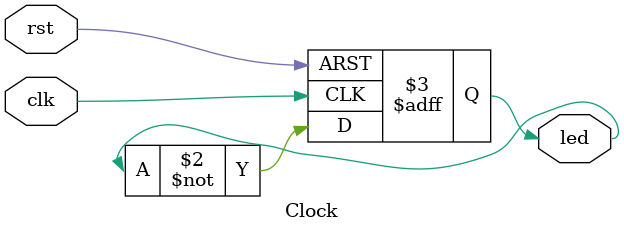
<source format=sv>
module Clock (
    input logic clk,
    input logic rst,
    output logic led
);

always_ff @(posedge clk or posedge rst) begin
    if (rst) begin
        led = 0;
    end
    else begin
        led = ~led;
    end
end
    
endmodule
</source>
